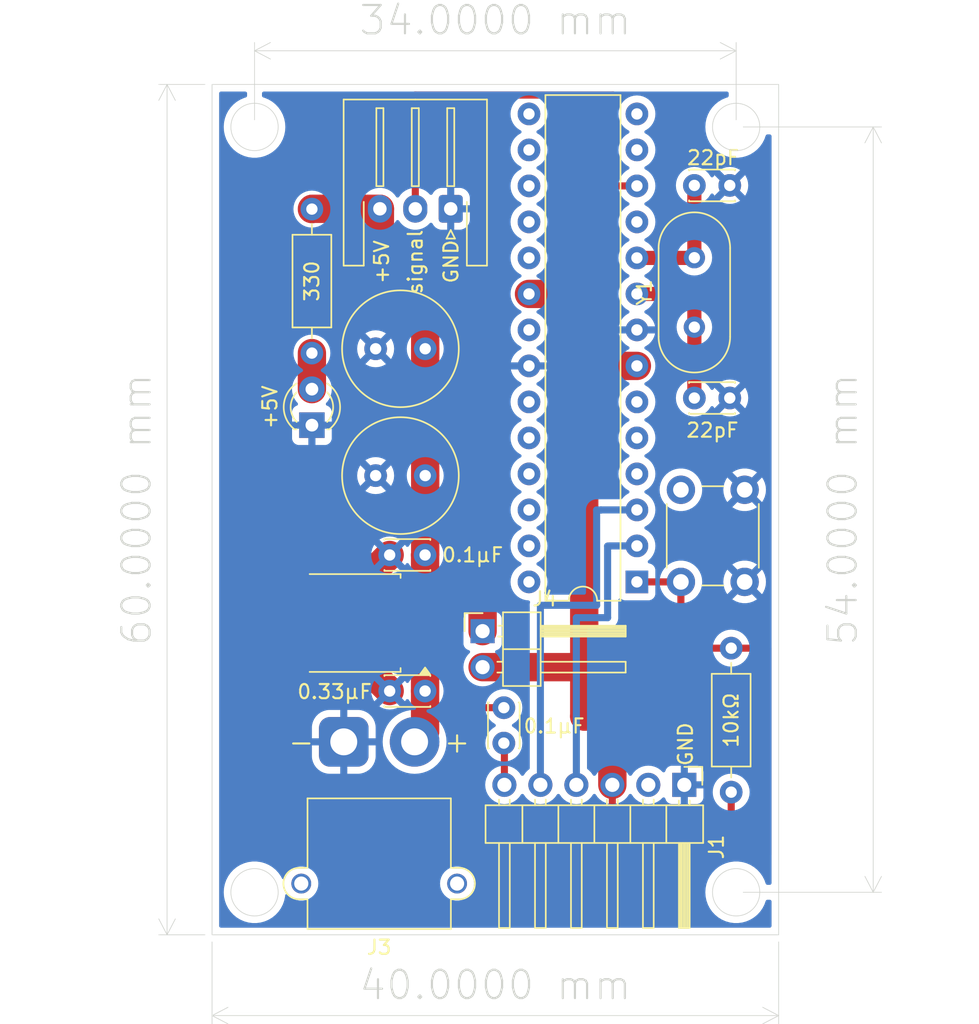
<source format=kicad_pcb>
(kicad_pcb (version 20240108) (generator "pcbnew") (generator_version "8.0")
  (layers (0 "F.Cu" signal) (31 "B.Cu" signal) (34 "B.Paste" user) (35 "F.Paste" user) (36 "B.SilkS" user "B.Silkscreen") (37 "F.SilkS" user "F.Silkscreen") (38 "B.Mask" user) (39 "F.Mask" user) (44 "Edge.Cuts" user))
  (net 0 "")
  (net 1 "Net-(U2-XTAL1{slash}PB6)")
  (net 2 "GND")
  (net 3 "Net-(U2-XTAL2{slash}PB7)")
  (net 4 "Net-(U2-~{RESET}{slash}PC6)")
  (net 5 "Net-(J1-Pin_6)")
  (net 6 "batt_in")
  (net 11 "VCC")
  (net 12 "Net-(J1-Pin_5)")
  (net 13 "Net-(J1-Pin_4)")
  (net 25 "signal")
  (net 28 "+5V")
  (net 31 "Net-(D1-A)")
  (footprint "Button_Switch_THT:SW_PUSH_6mm" (layer "F.Cu") (at 78.1 85.1 90)
    (property "Reference" "SW1" (hide yes))
    (property "Value" "SW_Push")
    (pad "1" thru_hole circle (at 0 0 180) (size 2 2) (drill 1.1) (layers "*.Cu" "*.Mask" "In1.Cu" "In2.Cu" "In3.Cu" "In4.Cu" "In5.Cu" "In6.Cu" "In7.Cu" "In8.Cu" "In9.Cu" "In10.Cu" "In11.Cu" "In12.Cu" "In13.Cu" "In14.Cu" "In15.Cu" "In16.Cu" "In17.Cu" "In18.Cu" "In19.Cu" "In20.Cu" "In21.Cu" "In22.Cu" "In23.Cu" "In24.Cu" "In25.Cu" "In26.Cu" "In27.Cu" "In28.Cu" "In29.Cu" "In30.Cu") (net 4 "Net-(U2-~{RESET}{slash}PC6)"))
    (pad "1" thru_hole circle (at 6.5 0 180) (size 2 2) (drill 1.1) (layers "*.Cu" "*.Mask" "In1.Cu" "In2.Cu" "In3.Cu" "In4.Cu" "In5.Cu" "In6.Cu" "In7.Cu" "In8.Cu" "In9.Cu" "In10.Cu" "In11.Cu" "In12.Cu" "In13.Cu" "In14.Cu" "In15.Cu" "In16.Cu" "In17.Cu" "In18.Cu" "In19.Cu" "In20.Cu" "In21.Cu" "In22.Cu" "In23.Cu" "In24.Cu" "In25.Cu" "In26.Cu" "In27.Cu" "In28.Cu" "In29.Cu" "In30.Cu") (net 4 "Net-(U2-~{RESET}{slash}PC6)"))
    (pad "2" thru_hole circle (at 0 4.5 180) (size 2 2) (drill 1.1) (layers "*.Cu" "*.Mask" "In1.Cu" "In2.Cu" "In3.Cu" "In4.Cu" "In5.Cu" "In6.Cu" "In7.Cu" "In8.Cu" "In9.Cu" "In10.Cu" "In11.Cu" "In12.Cu" "In13.Cu" "In14.Cu" "In15.Cu" "In16.Cu" "In17.Cu" "In18.Cu" "In19.Cu" "In20.Cu" "In21.Cu" "In22.Cu" "In23.Cu" "In24.Cu" "In25.Cu" "In26.Cu" "In27.Cu" "In28.Cu" "In29.Cu" "In30.Cu") (net 2 "GND"))
    (pad "2" thru_hole circle (at 6.5 4.5 180) (size 2 2) (drill 1.1) (layers "*.Cu" "*.Mask" "In1.Cu" "In2.Cu" "In3.Cu" "In4.Cu" "In5.Cu" "In6.Cu" "In7.Cu" "In8.Cu" "In9.Cu" "In10.Cu" "In11.Cu" "In12.Cu" "In13.Cu" "In14.Cu" "In15.Cu" "In16.Cu" "In17.Cu" "In18.Cu" "In19.Cu" "In20.Cu" "In21.Cu" "In22.Cu" "In23.Cu" "In24.Cu" "In25.Cu" "In26.Cu" "In27.Cu" "In28.Cu" "In29.Cu" "In30.Cu") (net 2 "GND"))
  )
  (footprint "Capacitor_THT:C_Disc_D3.0mm_W2.0mm_P2.50mm" (layer "F.Cu") (at 65.6 93.975 -90)
    (property "Reference" "0.1μF" (at 1.3 -3.55 0) (layer "F.SilkS"))
    (property "Value" "0.1μ")
    (pad "1" thru_hole circle (at 0 0 270) (size 1.6 1.6) (drill 0.8) (layers "*.Cu" "*.Mask" "In1.Cu" "In2.Cu" "In3.Cu" "In4.Cu" "In5.Cu" "In6.Cu" "In7.Cu" "In8.Cu" "In9.Cu" "In10.Cu" "In11.Cu" "In12.Cu" "In13.Cu" "In14.Cu" "In15.Cu" "In16.Cu" "In17.Cu" "In18.Cu" "In19.Cu" "In20.Cu" "In21.Cu" "In22.Cu" "In23.Cu" "In24.Cu" "In25.Cu" "In26.Cu" "In27.Cu" "In28.Cu" "In29.Cu" "In30.Cu") (net 4 "Net-(U2-~{RESET}{slash}PC6)"))
    (pad "2" thru_hole circle (at 2.5 0 270) (size 1.6 1.6) (drill 0.8) (layers "*.Cu" "*.Mask" "In1.Cu" "In2.Cu" "In3.Cu" "In4.Cu" "In5.Cu" "In6.Cu" "In7.Cu" "In8.Cu" "In9.Cu" "In10.Cu" "In11.Cu" "In12.Cu" "In13.Cu" "In14.Cu" "In15.Cu" "In16.Cu" "In17.Cu" "In18.Cu" "In19.Cu" "In20.Cu" "In21.Cu" "In22.Cu" "In23.Cu" "In24.Cu" "In25.Cu" "In26.Cu" "In27.Cu" "In28.Cu" "In29.Cu" "In30.Cu") (net 5 "Net-(J1-Pin_6)"))
  )
  (footprint "Package_TO_SOT_SMD:TO-252-2" (layer "F.Cu") (at 55 88 180)
    (property "Reference" "U1" (hide yes))
    (property "Value" "LM7805_TO220")
    (pad "1" smd roundrect (at -5.04 -2.28 180) (size 2.2 1.2) (layers "F.Cu" "F.Paste" "F.Mask") (roundrect_rratio 0.208333) (net 6 "batt_in"))
    (pad "2" smd roundrect (at -0.415 -1.525 180) (size 3.05 2.75) (layers "F.Cu" "F.Paste") (roundrect_rratio 0.090909) (net 2 "GND"))
    (pad "2" smd roundrect (at -0.415 1.525 180) (size 3.05 2.75) (layers "F.Cu" "F.Paste") (roundrect_rratio 0.090909) (net 2 "GND"))
    (pad "2" smd roundrect (at 1.26 0 180) (size 6.4 5.8) (layers "F.Cu" "F.Mask") (roundrect_rratio 0.043103) (net 2 "GND"))
    (pad "2" smd roundrect (at 2.935 -1.525 180) (size 3.05 2.75) (layers "F.Cu" "F.Paste") (roundrect_rratio 0.090909) (net 2 "GND"))
    (pad "2" smd roundrect (at 2.935 1.525 180) (size 3.05 2.75) (layers "F.Cu" "F.Paste") (roundrect_rratio 0.090909) (net 2 "GND"))
    (pad "3" smd roundrect (at -5.04 2.28 180) (size 2.2 1.2) (layers "F.Cu" "F.Paste" "F.Mask") (roundrect_rratio 0.208333) (net 28 "+5V"))
  )
  (footprint "Connector_JST:JST_XH_S3B-XH-A-1_1x03_P2.50mm_Horizontal" (layer "F.Cu") (at 61.85 58.775 180)
    (property "Reference" "GND" (at -0.025 -3.725 90) (layer "F.SilkS"))
    (property "Value" "led tape")
    (pad "1" thru_hole roundrect (at 0 0 180) (size 1.7 1.95) (drill 0.95) (layers "*.Cu" "*.Mask" "In1.Cu" "In2.Cu" "In3.Cu" "In4.Cu" "In5.Cu" "In6.Cu" "In7.Cu" "In8.Cu" "In9.Cu" "In10.Cu" "In11.Cu" "In12.Cu" "In13.Cu" "In14.Cu" "In15.Cu" "In16.Cu" "In17.Cu" "In18.Cu" "In19.Cu" "In20.Cu" "In21.Cu" "In22.Cu" "In23.Cu" "In24.Cu" "In25.Cu" "In26.Cu" "In27.Cu" "In28.Cu" "In29.Cu" "In30.Cu") (roundrect_rratio 0.147059) (net 2 "GND"))
    (pad "2" thru_hole oval (at 2.5 0 180) (size 1.7 1.95) (drill 0.95) (layers "*.Cu" "*.Mask" "In1.Cu" "In2.Cu" "In3.Cu" "In4.Cu" "In5.Cu" "In6.Cu" "In7.Cu" "In8.Cu" "In9.Cu" "In10.Cu" "In11.Cu" "In12.Cu" "In13.Cu" "In14.Cu" "In15.Cu" "In16.Cu" "In17.Cu" "In18.Cu" "In19.Cu" "In20.Cu" "In21.Cu" "In22.Cu" "In23.Cu" "In24.Cu" "In25.Cu" "In26.Cu" "In27.Cu" "In28.Cu" "In29.Cu" "In30.Cu") (net 25 "signal"))
    (pad "3" thru_hole oval (at 5 0 180) (size 1.7 1.95) (drill 0.95) (layers "*.Cu" "*.Mask" "In1.Cu" "In2.Cu" "In3.Cu" "In4.Cu" "In5.Cu" "In6.Cu" "In7.Cu" "In8.Cu" "In9.Cu" "In10.Cu" "In11.Cu" "In12.Cu" "In13.Cu" "In14.Cu" "In15.Cu" "In16.Cu" "In17.Cu" "In18.Cu" "In19.Cu" "In20.Cu" "In21.Cu" "In22.Cu" "In23.Cu" "In24.Cu" "In25.Cu" "In26.Cu" "In27.Cu" "In28.Cu" "In29.Cu" "In30.Cu") (net 28 "+5V"))
  )
  (footprint "Connector_AMASS:AMASS_XT30PW-M_1x02_P2.50mm_Horizontal" (layer "F.Cu") (at 54.3 96.385 180)
    (property "Reference" "J3" (at -2.5 -14.5 0) (layer "F.SilkS"))
    (property "Value" "Batt")
    (fp_text user "-" (at 3 0 0) (layer "F.SilkS") (effects (font (size 1.5 1.5))))
    (fp_text user "+" (at -8 0 0) (layer "F.SilkS") (effects (font (size 1.5 1.5))))
    (pad "" thru_hole circle (at -8 -10 180) (size 1.4 1.4) (drill 1) (layers "*.Cu" "*.Mask" "In1.Cu" "In2.Cu" "In3.Cu" "In4.Cu" "In5.Cu" "In6.Cu" "In7.Cu" "In8.Cu" "In9.Cu" "In10.Cu" "In11.Cu" "In12.Cu" "In13.Cu" "In14.Cu" "In15.Cu" "In16.Cu" "In17.Cu" "In18.Cu" "In19.Cu" "In20.Cu" "In21.Cu" "In22.Cu" "In23.Cu" "In24.Cu" "In25.Cu" "In26.Cu" "In27.Cu" "In28.Cu" "In29.Cu" "In30.Cu"))
    (pad "" thru_hole circle (at 3 -10 180) (size 1.4 1.4) (drill 1) (layers "*.Cu" "*.Mask" "In1.Cu" "In2.Cu" "In3.Cu" "In4.Cu" "In5.Cu" "In6.Cu" "In7.Cu" "In8.Cu" "In9.Cu" "In10.Cu" "In11.Cu" "In12.Cu" "In13.Cu" "In14.Cu" "In15.Cu" "In16.Cu" "In17.Cu" "In18.Cu" "In19.Cu" "In20.Cu" "In21.Cu" "In22.Cu" "In23.Cu" "In24.Cu" "In25.Cu" "In26.Cu" "In27.Cu" "In28.Cu" "In29.Cu" "In30.Cu"))
    (pad "1" thru_hole roundrect (at 0 0 180) (size 3.5 3.5) (drill 1.9) (layers "*.Cu" "*.Mask" "In1.Cu" "In2.Cu" "In3.Cu" "In4.Cu" "In5.Cu" "In6.Cu" "In7.Cu" "In8.Cu" "In9.Cu" "In10.Cu" "In11.Cu" "In12.Cu" "In13.Cu" "In14.Cu" "In15.Cu" "In16.Cu" "In17.Cu" "In18.Cu" "In19.Cu" "In20.Cu" "In21.Cu" "In22.Cu" "In23.Cu" "In24.Cu" "In25.Cu" "In26.Cu" "In27.Cu" "In28.Cu" "In29.Cu" "In30.Cu") (roundrect_rratio 0.22) (net 2 "GND"))
    (pad "2" thru_hole circle (at -5 0 180) (size 3.5 3.5) (drill 1.9) (layers "*.Cu" "*.Mask" "In1.Cu" "In2.Cu" "In3.Cu" "In4.Cu" "In5.Cu" "In6.Cu" "In7.Cu" "In8.Cu" "In9.Cu" "In10.Cu" "In11.Cu" "In12.Cu" "In13.Cu" "In14.Cu" "In15.Cu" "In16.Cu" "In17.Cu" "In18.Cu" "In19.Cu" "In20.Cu" "In21.Cu" "In22.Cu" "In23.Cu" "In24.Cu" "In25.Cu" "In26.Cu" "In27.Cu" "In28.Cu" "In29.Cu" "In30.Cu") (net 6 "batt_in"))
  )
  (footprint "Resistor_THT:R_Axial_DIN0207_L6.3mm_D2.5mm_P10.16mm_Horizontal" (layer "F.Cu") (at 52.05 58.795 -90)
    (property "Reference" "330" (at 5.08 0 90) (layer "F.SilkS"))
    (property "Value" "330")
    (pad "1" thru_hole circle (at 0 0 270) (size 1.6 1.6) (drill 0.8) (layers "*.Cu" "*.Mask" "In1.Cu" "In2.Cu" "In3.Cu" "In4.Cu" "In5.Cu" "In6.Cu" "In7.Cu" "In8.Cu" "In9.Cu" "In10.Cu" "In11.Cu" "In12.Cu" "In13.Cu" "In14.Cu" "In15.Cu" "In16.Cu" "In17.Cu" "In18.Cu" "In19.Cu" "In20.Cu" "In21.Cu" "In22.Cu" "In23.Cu" "In24.Cu" "In25.Cu" "In26.Cu" "In27.Cu" "In28.Cu" "In29.Cu" "In30.Cu") (net 28 "+5V"))
    (pad "2" thru_hole oval (at 10.16 0 270) (size 1.6 1.6) (drill 0.8) (layers "*.Cu" "*.Mask" "In1.Cu" "In2.Cu" "In3.Cu" "In4.Cu" "In5.Cu" "In6.Cu" "In7.Cu" "In8.Cu" "In9.Cu" "In10.Cu" "In11.Cu" "In12.Cu" "In13.Cu" "In14.Cu" "In15.Cu" "In16.Cu" "In17.Cu" "In18.Cu" "In19.Cu" "In20.Cu" "In21.Cu" "In22.Cu" "In23.Cu" "In24.Cu" "In25.Cu" "In26.Cu" "In27.Cu" "In28.Cu" "In29.Cu" "In30.Cu") (net 31 "Net-(D1-A)"))
  )
  (footprint "Capacitor_THT:C_Radial_D8.0mm_H11.5mm_P3.50mm" (layer "F.Cu") (at 60.05 68.65 180)
    (property "Reference" "C5" (hide yes))
    (property "Value" "C_Polarized")
    (pad "1" thru_hole circle (at 0 0 180) (size 1.6 1.6) (drill 0.8) (layers "*.Cu" "*.Mask" "In1.Cu" "In2.Cu" "In3.Cu" "In4.Cu" "In5.Cu" "In6.Cu" "In7.Cu" "In8.Cu" "In9.Cu" "In10.Cu" "In11.Cu" "In12.Cu" "In13.Cu" "In14.Cu" "In15.Cu" "In16.Cu" "In17.Cu" "In18.Cu" "In19.Cu" "In20.Cu" "In21.Cu" "In22.Cu" "In23.Cu" "In24.Cu" "In25.Cu" "In26.Cu" "In27.Cu" "In28.Cu" "In29.Cu" "In30.Cu") (net 28 "+5V"))
    (pad "2" thru_hole circle (at 3.5 0 180) (size 1.6 1.6) (drill 0.8) (layers "*.Cu" "*.Mask" "In1.Cu" "In2.Cu" "In3.Cu" "In4.Cu" "In5.Cu" "In6.Cu" "In7.Cu" "In8.Cu" "In9.Cu" "In10.Cu" "In11.Cu" "In12.Cu" "In13.Cu" "In14.Cu" "In15.Cu" "In16.Cu" "In17.Cu" "In18.Cu" "In19.Cu" "In20.Cu" "In21.Cu" "In22.Cu" "In23.Cu" "In24.Cu" "In25.Cu" "In26.Cu" "In27.Cu" "In28.Cu" "In29.Cu" "In30.Cu") (net 2 "GND"))
  )
  (footprint "Capacitor_THT:C_Disc_D3.0mm_W2.0mm_P2.50mm" (layer "F.Cu") (at 79.05 57.125)
    (property "Reference" "22pF" (at 1.325 -1.95 0) (layer "F.SilkS"))
    (property "Value" "22p")
    (pad "1" thru_hole circle (at 0 0) (size 1.6 1.6) (drill 0.8) (layers "*.Cu" "*.Mask" "In1.Cu" "In2.Cu" "In3.Cu" "In4.Cu" "In5.Cu" "In6.Cu" "In7.Cu" "In8.Cu" "In9.Cu" "In10.Cu" "In11.Cu" "In12.Cu" "In13.Cu" "In14.Cu" "In15.Cu" "In16.Cu" "In17.Cu" "In18.Cu" "In19.Cu" "In20.Cu" "In21.Cu" "In22.Cu" "In23.Cu" "In24.Cu" "In25.Cu" "In26.Cu" "In27.Cu" "In28.Cu" "In29.Cu" "In30.Cu") (net 3 "Net-(U2-XTAL2{slash}PB7)"))
    (pad "2" thru_hole circle (at 2.5 0) (size 1.6 1.6) (drill 0.8) (layers "*.Cu" "*.Mask" "In1.Cu" "In2.Cu" "In3.Cu" "In4.Cu" "In5.Cu" "In6.Cu" "In7.Cu" "In8.Cu" "In9.Cu" "In10.Cu" "In11.Cu" "In12.Cu" "In13.Cu" "In14.Cu" "In15.Cu" "In16.Cu" "In17.Cu" "In18.Cu" "In19.Cu" "In20.Cu" "In21.Cu" "In22.Cu" "In23.Cu" "In24.Cu" "In25.Cu" "In26.Cu" "In27.Cu" "In28.Cu" "In29.Cu" "In30.Cu") (net 2 "GND"))
  )
  (footprint "Capacitor_THT:C_Radial_D8.0mm_H11.5mm_P3.50mm" (layer "F.Cu") (at 60.05 77.6 180)
    (property "Reference" "C7" (hide yes))
    (property "Value" "C_Polarized")
    (pad "1" thru_hole circle (at 0 0 180) (size 1.6 1.6) (drill 0.8) (layers "*.Cu" "*.Mask" "In1.Cu" "In2.Cu" "In3.Cu" "In4.Cu" "In5.Cu" "In6.Cu" "In7.Cu" "In8.Cu" "In9.Cu" "In10.Cu" "In11.Cu" "In12.Cu" "In13.Cu" "In14.Cu" "In15.Cu" "In16.Cu" "In17.Cu" "In18.Cu" "In19.Cu" "In20.Cu" "In21.Cu" "In22.Cu" "In23.Cu" "In24.Cu" "In25.Cu" "In26.Cu" "In27.Cu" "In28.Cu" "In29.Cu" "In30.Cu") (net 28 "+5V"))
    (pad "2" thru_hole circle (at 3.5 0 180) (size 1.6 1.6) (drill 0.8) (layers "*.Cu" "*.Mask" "In1.Cu" "In2.Cu" "In3.Cu" "In4.Cu" "In5.Cu" "In6.Cu" "In7.Cu" "In8.Cu" "In9.Cu" "In10.Cu" "In11.Cu" "In12.Cu" "In13.Cu" "In14.Cu" "In15.Cu" "In16.Cu" "In17.Cu" "In18.Cu" "In19.Cu" "In20.Cu" "In21.Cu" "In22.Cu" "In23.Cu" "In24.Cu" "In25.Cu" "In26.Cu" "In27.Cu" "In28.Cu" "In29.Cu" "In30.Cu") (net 2 "GND"))
  )
  (footprint "Capacitor_THT:C_Disc_D3.0mm_W2.0mm_P2.50mm" (layer "F.Cu") (at 60.04 92.8 180)
    (property "Reference" "0.33μF" (at 6.39 -0.05 0) (layer "F.SilkS"))
    (property "Value" "0.33μF")
    (pad "1" thru_hole circle (at 0 0 180) (size 1.6 1.6) (drill 0.8) (layers "*.Cu" "*.Mask" "In1.Cu" "In2.Cu" "In3.Cu" "In4.Cu" "In5.Cu" "In6.Cu" "In7.Cu" "In8.Cu" "In9.Cu" "In10.Cu" "In11.Cu" "In12.Cu" "In13.Cu" "In14.Cu" "In15.Cu" "In16.Cu" "In17.Cu" "In18.Cu" "In19.Cu" "In20.Cu" "In21.Cu" "In22.Cu" "In23.Cu" "In24.Cu" "In25.Cu" "In26.Cu" "In27.Cu" "In28.Cu" "In29.Cu" "In30.Cu") (net 6 "batt_in"))
    (pad "2" thru_hole circle (at 2.5 0 180) (size 1.6 1.6) (drill 0.8) (layers "*.Cu" "*.Mask" "In1.Cu" "In2.Cu" "In3.Cu" "In4.Cu" "In5.Cu" "In6.Cu" "In7.Cu" "In8.Cu" "In9.Cu" "In10.Cu" "In11.Cu" "In12.Cu" "In13.Cu" "In14.Cu" "In15.Cu" "In16.Cu" "In17.Cu" "In18.Cu" "In19.Cu" "In20.Cu" "In21.Cu" "In22.Cu" "In23.Cu" "In24.Cu" "In25.Cu" "In26.Cu" "In27.Cu" "In28.Cu" "In29.Cu" "In30.Cu") (net 2 "GND"))
  )
  (footprint "Connector_PinHeader_2.54mm:PinHeader_1x06_P2.54mm_Horizontal" (layer "F.Cu") (at 78.34 99.42 -90)
    (property "Reference" "J1" (at 4.385 -2.27 90) (layer "F.SilkS"))
    (property "Value" "CH340E_MODULE")
    (pad "1" thru_hole rect (at 0 0 270) (size 1.7 1.7) (drill 1) (layers "*.Cu" "*.Mask" "In1.Cu" "In2.Cu" "In3.Cu" "In4.Cu" "In5.Cu" "In6.Cu" "In7.Cu" "In8.Cu" "In9.Cu" "In10.Cu" "In11.Cu" "In12.Cu" "In13.Cu" "In14.Cu" "In15.Cu" "In16.Cu" "In17.Cu" "In18.Cu" "In19.Cu" "In20.Cu" "In21.Cu" "In22.Cu" "In23.Cu" "In24.Cu" "In25.Cu" "In26.Cu" "In27.Cu" "In28.Cu" "In29.Cu" "In30.Cu") (net 2 "GND"))
    (pad "2" thru_hole oval (at 0 2.54 270) (size 1.7 1.7) (drill 1) (layers "*.Cu" "*.Mask" "In1.Cu" "In2.Cu" "In3.Cu" "In4.Cu" "In5.Cu" "In6.Cu" "In7.Cu" "In8.Cu" "In9.Cu" "In10.Cu" "In11.Cu" "In12.Cu" "In13.Cu" "In14.Cu" "In15.Cu" "In16.Cu" "In17.Cu" "In18.Cu" "In19.Cu" "In20.Cu" "In21.Cu" "In22.Cu" "In23.Cu" "In24.Cu" "In25.Cu" "In26.Cu" "In27.Cu" "In28.Cu" "In29.Cu" "In30.Cu"))
    (pad "3" thru_hole oval (at 0 5.08 270) (size 1.7 1.7) (drill 1) (layers "*.Cu" "*.Mask" "In1.Cu" "In2.Cu" "In3.Cu" "In4.Cu" "In5.Cu" "In6.Cu" "In7.Cu" "In8.Cu" "In9.Cu" "In10.Cu" "In11.Cu" "In12.Cu" "In13.Cu" "In14.Cu" "In15.Cu" "In16.Cu" "In17.Cu" "In18.Cu" "In19.Cu" "In20.Cu" "In21.Cu" "In22.Cu" "In23.Cu" "In24.Cu" "In25.Cu" "In26.Cu" "In27.Cu" "In28.Cu" "In29.Cu" "In30.Cu") (net 11 "VCC"))
    (pad "4" thru_hole oval (at 0 7.62 270) (size 1.7 1.7) (drill 1) (layers "*.Cu" "*.Mask" "In1.Cu" "In2.Cu" "In3.Cu" "In4.Cu" "In5.Cu" "In6.Cu" "In7.Cu" "In8.Cu" "In9.Cu" "In10.Cu" "In11.Cu" "In12.Cu" "In13.Cu" "In14.Cu" "In15.Cu" "In16.Cu" "In17.Cu" "In18.Cu" "In19.Cu" "In20.Cu" "In21.Cu" "In22.Cu" "In23.Cu" "In24.Cu" "In25.Cu" "In26.Cu" "In27.Cu" "In28.Cu" "In29.Cu" "In30.Cu") (net 13 "Net-(J1-Pin_4)"))
    (pad "5" thru_hole oval (at 0 10.16 270) (size 1.7 1.7) (drill 1) (layers "*.Cu" "*.Mask" "In1.Cu" "In2.Cu" "In3.Cu" "In4.Cu" "In5.Cu" "In6.Cu" "In7.Cu" "In8.Cu" "In9.Cu" "In10.Cu" "In11.Cu" "In12.Cu" "In13.Cu" "In14.Cu" "In15.Cu" "In16.Cu" "In17.Cu" "In18.Cu" "In19.Cu" "In20.Cu" "In21.Cu" "In22.Cu" "In23.Cu" "In24.Cu" "In25.Cu" "In26.Cu" "In27.Cu" "In28.Cu" "In29.Cu" "In30.Cu") (net 12 "Net-(J1-Pin_5)"))
    (pad "6" thru_hole oval (at 0 12.7 270) (size 1.7 1.7) (drill 1) (layers "*.Cu" "*.Mask" "In1.Cu" "In2.Cu" "In3.Cu" "In4.Cu" "In5.Cu" "In6.Cu" "In7.Cu" "In8.Cu" "In9.Cu" "In10.Cu" "In11.Cu" "In12.Cu" "In13.Cu" "In14.Cu" "In15.Cu" "In16.Cu" "In17.Cu" "In18.Cu" "In19.Cu" "In20.Cu" "In21.Cu" "In22.Cu" "In23.Cu" "In24.Cu" "In25.Cu" "In26.Cu" "In27.Cu" "In28.Cu" "In29.Cu" "In30.Cu") (net 5 "Net-(J1-Pin_6)"))
  )
  (footprint "Crystal:Crystal_HC18-U_Vertical" (layer "F.Cu") (at 79.05 67.125 90)
    (property "Reference" "Y1" (at 2.45 -3.525 90) (layer "F.SilkS"))
    (property "Value" "16MHz")
    (pad "1" thru_hole circle (at 0 0 90) (size 1.5 1.5) (drill 0.8) (layers "*.Cu" "*.Mask" "In1.Cu" "In2.Cu" "In3.Cu" "In4.Cu" "In5.Cu" "In6.Cu" "In7.Cu" "In8.Cu" "In9.Cu" "In10.Cu" "In11.Cu" "In12.Cu" "In13.Cu" "In14.Cu" "In15.Cu" "In16.Cu" "In17.Cu" "In18.Cu" "In19.Cu" "In20.Cu" "In21.Cu" "In22.Cu" "In23.Cu" "In24.Cu" "In25.Cu" "In26.Cu" "In27.Cu" "In28.Cu" "In29.Cu" "In30.Cu") (net 1 "Net-(U2-XTAL1{slash}PB6)"))
    (pad "2" thru_hole circle (at 4.9 0 90) (size 1.5 1.5) (drill 0.8) (layers "*.Cu" "*.Mask" "In1.Cu" "In2.Cu" "In3.Cu" "In4.Cu" "In5.Cu" "In6.Cu" "In7.Cu" "In8.Cu" "In9.Cu" "In10.Cu" "In11.Cu" "In12.Cu" "In13.Cu" "In14.Cu" "In15.Cu" "In16.Cu" "In17.Cu" "In18.Cu" "In19.Cu" "In20.Cu" "In21.Cu" "In22.Cu" "In23.Cu" "In24.Cu" "In25.Cu" "In26.Cu" "In27.Cu" "In28.Cu" "In29.Cu" "In30.Cu") (net 3 "Net-(U2-XTAL2{slash}PB7)"))
  )
  (footprint "Capacitor_THT:C_Disc_D3.0mm_W2.0mm_P2.50mm" (layer "F.Cu") (at 79.05 72.125)
    (property "Reference" "22pF" (at 1.275 2.275 0) (layer "F.SilkS"))
    (property "Value" "22p")
    (pad "1" thru_hole circle (at 0 0) (size 1.6 1.6) (drill 0.8) (layers "*.Cu" "*.Mask" "In1.Cu" "In2.Cu" "In3.Cu" "In4.Cu" "In5.Cu" "In6.Cu" "In7.Cu" "In8.Cu" "In9.Cu" "In10.Cu" "In11.Cu" "In12.Cu" "In13.Cu" "In14.Cu" "In15.Cu" "In16.Cu" "In17.Cu" "In18.Cu" "In19.Cu" "In20.Cu" "In21.Cu" "In22.Cu" "In23.Cu" "In24.Cu" "In25.Cu" "In26.Cu" "In27.Cu" "In28.Cu" "In29.Cu" "In30.Cu") (net 1 "Net-(U2-XTAL1{slash}PB6)"))
    (pad "2" thru_hole circle (at 2.5 0) (size 1.6 1.6) (drill 0.8) (layers "*.Cu" "*.Mask" "In1.Cu" "In2.Cu" "In3.Cu" "In4.Cu" "In5.Cu" "In6.Cu" "In7.Cu" "In8.Cu" "In9.Cu" "In10.Cu" "In11.Cu" "In12.Cu" "In13.Cu" "In14.Cu" "In15.Cu" "In16.Cu" "In17.Cu" "In18.Cu" "In19.Cu" "In20.Cu" "In21.Cu" "In22.Cu" "In23.Cu" "In24.Cu" "In25.Cu" "In26.Cu" "In27.Cu" "In28.Cu" "In29.Cu" "In30.Cu") (net 2 "GND"))
  )
  (footprint "Package_DIP:DIP-28_W7.62mm" (layer "F.Cu") (at 74.995 85.1 180)
    (property "Reference" "U2" (hide yes))
    (property "Value" "ATmega328-P")
    (pad "1" thru_hole rect (at 0 0 180) (size 1.6 1.6) (drill 0.8) (layers "*.Cu" "*.Mask" "In1.Cu" "In2.Cu" "In3.Cu" "In4.Cu" "In5.Cu" "In6.Cu" "In7.Cu" "In8.Cu" "In9.Cu" "In10.Cu" "In11.Cu" "In12.Cu" "In13.Cu" "In14.Cu" "In15.Cu" "In16.Cu" "In17.Cu" "In18.Cu" "In19.Cu" "In20.Cu" "In21.Cu" "In22.Cu" "In23.Cu" "In24.Cu" "In25.Cu" "In26.Cu" "In27.Cu" "In28.Cu" "In29.Cu" "In30.Cu") (net 4 "Net-(U2-~{RESET}{slash}PC6)"))
    (pad "2" thru_hole oval (at 0 2.54 180) (size 1.6 1.6) (drill 0.8) (layers "*.Cu" "*.Mask" "In1.Cu" "In2.Cu" "In3.Cu" "In4.Cu" "In5.Cu" "In6.Cu" "In7.Cu" "In8.Cu" "In9.Cu" "In10.Cu" "In11.Cu" "In12.Cu" "In13.Cu" "In14.Cu" "In15.Cu" "In16.Cu" "In17.Cu" "In18.Cu" "In19.Cu" "In20.Cu" "In21.Cu" "In22.Cu" "In23.Cu" "In24.Cu" "In25.Cu" "In26.Cu" "In27.Cu" "In28.Cu" "In29.Cu" "In30.Cu") (net 13 "Net-(J1-Pin_4)"))
    (pad "3" thru_hole oval (at 0 5.08 180) (size 1.6 1.6) (drill 0.8) (layers "*.Cu" "*.Mask" "In1.Cu" "In2.Cu" "In3.Cu" "In4.Cu" "In5.Cu" "In6.Cu" "In7.Cu" "In8.Cu" "In9.Cu" "In10.Cu" "In11.Cu" "In12.Cu" "In13.Cu" "In14.Cu" "In15.Cu" "In16.Cu" "In17.Cu" "In18.Cu" "In19.Cu" "In20.Cu" "In21.Cu" "In22.Cu" "In23.Cu" "In24.Cu" "In25.Cu" "In26.Cu" "In27.Cu" "In28.Cu" "In29.Cu" "In30.Cu") (net 12 "Net-(J1-Pin_5)"))
    (pad "4" thru_hole oval (at 0 7.62 180) (size 1.6 1.6) (drill 0.8) (layers "*.Cu" "*.Mask" "In1.Cu" "In2.Cu" "In3.Cu" "In4.Cu" "In5.Cu" "In6.Cu" "In7.Cu" "In8.Cu" "In9.Cu" "In10.Cu" "In11.Cu" "In12.Cu" "In13.Cu" "In14.Cu" "In15.Cu" "In16.Cu" "In17.Cu" "In18.Cu" "In19.Cu" "In20.Cu" "In21.Cu" "In22.Cu" "In23.Cu" "In24.Cu" "In25.Cu" "In26.Cu" "In27.Cu" "In28.Cu" "In29.Cu" "In30.Cu"))
    (pad "5" thru_hole oval (at 0 10.16 180) (size 1.6 1.6) (drill 0.8) (layers "*.Cu" "*.Mask" "In1.Cu" "In2.Cu" "In3.Cu" "In4.Cu" "In5.Cu" "In6.Cu" "In7.Cu" "In8.Cu" "In9.Cu" "In10.Cu" "In11.Cu" "In12.Cu" "In13.Cu" "In14.Cu" "In15.Cu" "In16.Cu" "In17.Cu" "In18.Cu" "In19.Cu" "In20.Cu" "In21.Cu" "In22.Cu" "In23.Cu" "In24.Cu" "In25.Cu" "In26.Cu" "In27.Cu" "In28.Cu" "In29.Cu" "In30.Cu"))
    (pad "6" thru_hole oval (at 0 12.7 180) (size 1.6 1.6) (drill 0.8) (layers "*.Cu" "*.Mask" "In1.Cu" "In2.Cu" "In3.Cu" "In4.Cu" "In5.Cu" "In6.Cu" "In7.Cu" "In8.Cu" "In9.Cu" "In10.Cu" "In11.Cu" "In12.Cu" "In13.Cu" "In14.Cu" "In15.Cu" "In16.Cu" "In17.Cu" "In18.Cu" "In19.Cu" "In20.Cu" "In21.Cu" "In22.Cu" "In23.Cu" "In24.Cu" "In25.Cu" "In26.Cu" "In27.Cu" "In28.Cu" "In29.Cu" "In30.Cu"))
    (pad "7" thru_hole oval (at 0 15.24 180) (size 1.6 1.6) (drill 0.8) (layers "*.Cu" "*.Mask" "In1.Cu" "In2.Cu" "In3.Cu" "In4.Cu" "In5.Cu" "In6.Cu" "In7.Cu" "In8.Cu" "In9.Cu" "In10.Cu" "In11.Cu" "In12.Cu" "In13.Cu" "In14.Cu" "In15.Cu" "In16.Cu" "In17.Cu" "In18.Cu" "In19.Cu" "In20.Cu" "In21.Cu" "In22.Cu" "In23.Cu" "In24.Cu" "In25.Cu" "In26.Cu" "In27.Cu" "In28.Cu" "In29.Cu" "In30.Cu") (net 11 "VCC"))
    (pad "8" thru_hole oval (at 0 17.78 180) (size 1.6 1.6) (drill 0.8) (layers "*.Cu" "*.Mask" "In1.Cu" "In2.Cu" "In3.Cu" "In4.Cu" "In5.Cu" "In6.Cu" "In7.Cu" "In8.Cu" "In9.Cu" "In10.Cu" "In11.Cu" "In12.Cu" "In13.Cu" "In14.Cu" "In15.Cu" "In16.Cu" "In17.Cu" "In18.Cu" "In19.Cu" "In20.Cu" "In21.Cu" "In22.Cu" "In23.Cu" "In24.Cu" "In25.Cu" "In26.Cu" "In27.Cu" "In28.Cu" "In29.Cu" "In30.Cu") (net 2 "GND"))
    (pad "9" thru_hole oval (at 0 20.32 180) (size 1.6 1.6) (drill 0.8) (layers "*.Cu" "*.Mask" "In1.Cu" "In2.Cu" "In3.Cu" "In4.Cu" "In5.Cu" "In6.Cu" "In7.Cu" "In8.Cu" "In9.Cu" "In10.Cu" "In11.Cu" "In12.Cu" "In13.Cu" "In14.Cu" "In15.Cu" "In16.Cu" "In17.Cu" "In18.Cu" "In19.Cu" "In20.Cu" "In21.Cu" "In22.Cu" "In23.Cu" "In24.Cu" "In25.Cu" "In26.Cu" "In27.Cu" "In28.Cu" "In29.Cu" "In30.Cu") (net 1 "Net-(U2-XTAL1{slash}PB6)"))
    (pad "10" thru_hole oval (at 0 22.86 180) (size 1.6 1.6) (drill 0.8) (layers "*.Cu" "*.Mask" "In1.Cu" "In2.Cu" "In3.Cu" "In4.Cu" "In5.Cu" "In6.Cu" "In7.Cu" "In8.Cu" "In9.Cu" "In10.Cu" "In11.Cu" "In12.Cu" "In13.Cu" "In14.Cu" "In15.Cu" "In16.Cu" "In17.Cu" "In18.Cu" "In19.Cu" "In20.Cu" "In21.Cu" "In22.Cu" "In23.Cu" "In24.Cu" "In25.Cu" "In26.Cu" "In27.Cu" "In28.Cu" "In29.Cu" "In30.Cu") (net 3 "Net-(U2-XTAL2{slash}PB7)"))
    (pad "11" thru_hole oval (at 0 25.4 180) (size 1.6 1.6) (drill 0.8) (layers "*.Cu" "*.Mask" "In1.Cu" "In2.Cu" "In3.Cu" "In4.Cu" "In5.Cu" "In6.Cu" "In7.Cu" "In8.Cu" "In9.Cu" "In10.Cu" "In11.Cu" "In12.Cu" "In13.Cu" "In14.Cu" "In15.Cu" "In16.Cu" "In17.Cu" "In18.Cu" "In19.Cu" "In20.Cu" "In21.Cu" "In22.Cu" "In23.Cu" "In24.Cu" "In25.Cu" "In26.Cu" "In27.Cu" "In28.Cu" "In29.Cu" "In30.Cu"))
    (pad "12" thru_hole oval (at 0 27.94 180) (size 1.6 1.6) (drill 0.8) (layers "*.Cu" "*.Mask" "In1.Cu" "In2.Cu" "In3.Cu" "In4.Cu" "In5.Cu" "In6.Cu" "In7.Cu" "In8.Cu" "In9.Cu" "In10.Cu" "In11.Cu" "In12.Cu" "In13.Cu" "In14.Cu" "In15.Cu" "In16.Cu" "In17.Cu" "In18.Cu" "In19.Cu" "In20.Cu" "In21.Cu" "In22.Cu" "In23.Cu" "In24.Cu" "In25.Cu" "In26.Cu" "In27.Cu" "In28.Cu" "In29.Cu" "In30.Cu") (net 25 "signal"))
    (pad "13" thru_hole oval (at 0 30.48 180) (size 1.6 1.6) (drill 0.8) (layers "*.Cu" "*.Mask" "In1.Cu" "In2.Cu" "In3.Cu" "In4.Cu" "In5.Cu" "In6.Cu" "In7.Cu" "In8.Cu" "In9.Cu" "In10.Cu" "In11.Cu" "In12.Cu" "In13.Cu" "In14.Cu" "In15.Cu" "In16.Cu" "In17.Cu" "In18.Cu" "In19.Cu" "In20.Cu" "In21.Cu" "In22.Cu" "In23.Cu" "In24.Cu" "In25.Cu" "In26.Cu" "In27.Cu" "In28.Cu" "In29.Cu" "In30.Cu"))
    (pad "14" thru_hole oval (at 0 33.02 180) (size 1.6 1.6) (drill 0.8) (layers "*.Cu" "*.Mask" "In1.Cu" "In2.Cu" "In3.Cu" "In4.Cu" "In5.Cu" "In6.Cu" "In7.Cu" "In8.Cu" "In9.Cu" "In10.Cu" "In11.Cu" "In12.Cu" "In13.Cu" "In14.Cu" "In15.Cu" "In16.Cu" "In17.Cu" "In18.Cu" "In19.Cu" "In20.Cu" "In21.Cu" "In22.Cu" "In23.Cu" "In24.Cu" "In25.Cu" "In26.Cu" "In27.Cu" "In28.Cu" "In29.Cu" "In30.Cu"))
    (pad "15" thru_hole oval (at 7.62 33.02 180) (size 1.6 1.6) (drill 0.8) (layers "*.Cu" "*.Mask" "In1.Cu" "In2.Cu" "In3.Cu" "In4.Cu" "In5.Cu" "In6.Cu" "In7.Cu" "In8.Cu" "In9.Cu" "In10.Cu" "In11.Cu" "In12.Cu" "In13.Cu" "In14.Cu" "In15.Cu" "In16.Cu" "In17.Cu" "In18.Cu" "In19.Cu" "In20.Cu" "In21.Cu" "In22.Cu" "In23.Cu" "In24.Cu" "In25.Cu" "In26.Cu" "In27.Cu" "In28.Cu" "In29.Cu" "In30.Cu"))
    (pad "16" thru_hole oval (at 7.62 30.48 180) (size 1.6 1.6) (drill 0.8) (layers "*.Cu" "*.Mask" "In1.Cu" "In2.Cu" "In3.Cu" "In4.Cu" "In5.Cu" "In6.Cu" "In7.Cu" "In8.Cu" "In9.Cu" "In10.Cu" "In11.Cu" "In12.Cu" "In13.Cu" "In14.Cu" "In15.Cu" "In16.Cu" "In17.Cu" "In18.Cu" "In19.Cu" "In20.Cu" "In21.Cu" "In22.Cu" "In23.Cu" "In24.Cu" "In25.Cu" "In26.Cu" "In27.Cu" "In28.Cu" "In29.Cu" "In30.Cu"))
    (pad "17" thru_hole oval (at 7.62 27.94 180) (size 1.6 1.6) (drill 0.8) (layers "*.Cu" "*.Mask" "In1.Cu" "In2.Cu" "In3.Cu" "In4.Cu" "In5.Cu" "In6.Cu" "In7.Cu" "In8.Cu" "In9.Cu" "In10.Cu" "In11.Cu" "In12.Cu" "In13.Cu" "In14.Cu" "In15.Cu" "In16.Cu" "In17.Cu" "In18.Cu" "In19.Cu" "In20.Cu" "In21.Cu" "In22.Cu" "In23.Cu" "In24.Cu" "In25.Cu" "In26.Cu" "In27.Cu" "In28.Cu" "In29.Cu" "In30.Cu"))
    (pad "18" thru_hole oval (at 7.62 25.4 180) (size 1.6 1.6) (drill 0.8) (layers "*.Cu" "*.Mask" "In1.Cu" "In2.Cu" "In3.Cu" "In4.Cu" "In5.Cu" "In6.Cu" "In7.Cu" "In8.Cu" "In9.Cu" "In10.Cu" "In11.Cu" "In12.Cu" "In13.Cu" "In14.Cu" "In15.Cu" "In16.Cu" "In17.Cu" "In18.Cu" "In19.Cu" "In20.Cu" "In21.Cu" "In22.Cu" "In23.Cu" "In24.Cu" "In25.Cu" "In26.Cu" "In27.Cu" "In28.Cu" "In29.Cu" "In30.Cu"))
    (pad "19" thru_hole oval (at 7.62 22.86 180) (size 1.6 1.6) (drill 0.8) (layers "*.Cu" "*.Mask" "In1.Cu" "In2.Cu" "In3.Cu" "In4.Cu" "In5.Cu" "In6.Cu" "In7.Cu" "In8.Cu" "In9.Cu" "In10.Cu" "In11.Cu" "In12.Cu" "In13.Cu" "In14.Cu" "In15.Cu" "In16.Cu" "In17.Cu" "In18.Cu" "In19.Cu" "In20.Cu" "In21.Cu" "In22.Cu" "In23.Cu" "In24.Cu" "In25.Cu" "In26.Cu" "In27.Cu" "In28.Cu" "In29.Cu" "In30.Cu"))
    (pad "20" thru_hole oval (at 7.62 20.32 180) (size 1.6 1.6) (drill 0.8) (layers "*.Cu" "*.Mask" "In1.Cu" "In2.Cu" "In3.Cu" "In4.Cu" "In5.Cu" "In6.Cu" "In7.Cu" "In8.Cu" "In9.Cu" "In10.Cu" "In11.Cu" "In12.Cu" "In13.Cu" "In14.Cu" "In15.Cu" "In16.Cu" "In17.Cu" "In18.Cu" "In19.Cu" "In20.Cu" "In21.Cu" "In22.Cu" "In23.Cu" "In24.Cu" "In25.Cu" "In26.Cu" "In27.Cu" "In28.Cu" "In29.Cu" "In30.Cu") (net 11 "VCC"))
    (pad "21" thru_hole oval (at 7.62 17.78 180) (size 1.6 1.6) (drill 0.8) (layers "*.Cu" "*.Mask" "In1.Cu" "In2.Cu" "In3.Cu" "In4.Cu" "In5.Cu" "In6.Cu" "In7.Cu" "In8.Cu" "In9.Cu" "In10.Cu" "In11.Cu" "In12.Cu" "In13.Cu" "In14.Cu" "In15.Cu" "In16.Cu" "In17.Cu" "In18.Cu" "In19.Cu" "In20.Cu" "In21.Cu" "In22.Cu" "In23.Cu" "In24.Cu" "In25.Cu" "In26.Cu" "In27.Cu" "In28.Cu" "In29.Cu" "In30.Cu"))
    (pad "22" thru_hole oval (at 7.62 15.24 180) (size 1.6 1.6) (drill 0.8) (layers "*.Cu" "*.Mask" "In1.Cu" "In2.Cu" "In3.Cu" "In4.Cu" "In5.Cu" "In6.Cu" "In7.Cu" "In8.Cu" "In9.Cu" "In10.Cu" "In11.Cu" "In12.Cu" "In13.Cu" "In14.Cu" "In15.Cu" "In16.Cu" "In17.Cu" "In18.Cu" "In19.Cu" "In20.Cu" "In21.Cu" "In22.Cu" "In23.Cu" "In24.Cu" "In25.Cu" "In26.Cu" "In27.Cu" "In28.Cu" "In29.Cu" "In30.Cu") (net 2 "GND"))
    (pad "23" thru_hole oval (at 7.62 12.7 180) (size 1.6 1.6) (drill 0.8) (layers "*.Cu" "*.Mask" "In1.Cu" "In2.Cu" "In3.Cu" "In4.Cu" "In5.Cu" "In6.Cu" "In7.Cu" "In8.Cu" "In9.Cu" "In10.Cu" "In11.Cu" "In12.Cu" "In13.Cu" "In14.Cu" "In15.Cu" "In16.Cu" "In17.Cu" "In18.Cu" "In19.Cu" "In20.Cu" "In21.Cu" "In22.Cu" "In23.Cu" "In24.Cu" "In25.Cu" "In26.Cu" "In27.Cu" "In28.Cu" "In29.Cu" "In30.Cu"))
    (pad "24" thru_hole oval (at 7.62 10.16 180) (size 1.6 1.6) (drill 0.8) (layers "*.Cu" "*.Mask" "In1.Cu" "In2.Cu" "In3.Cu" "In4.Cu" "In5.Cu" "In6.Cu" "In7.Cu" "In8.Cu" "In9.Cu" "In10.Cu" "In11.Cu" "In12.Cu" "In13.Cu" "In14.Cu" "In15.Cu" "In16.Cu" "In17.Cu" "In18.Cu" "In19.Cu" "In20.Cu" "In21.Cu" "In22.Cu" "In23.Cu" "In24.Cu" "In25.Cu" "In26.Cu" "In27.Cu" "In28.Cu" "In29.Cu" "In30.Cu"))
    (pad "25" thru_hole oval (at 7.62 7.62 180) (size 1.6 1.6) (drill 0.8) (layers "*.Cu" "*.Mask" "In1.Cu" "In2.Cu" "In3.Cu" "In4.Cu" "In5.Cu" "In6.Cu" "In7.Cu" "In8.Cu" "In9.Cu" "In10.Cu" "In11.Cu" "In12.Cu" "In13.Cu" "In14.Cu" "In15.Cu" "In16.Cu" "In17.Cu" "In18.Cu" "In19.Cu" "In20.Cu" "In21.Cu" "In22.Cu" "In23.Cu" "In24.Cu" "In25.Cu" "In26.Cu" "In27.Cu" "In28.Cu" "In29.Cu" "In30.Cu"))
    (pad "26" thru_hole oval (at 7.62 5.08 180) (size 1.6 1.6) (drill 0.8) (layers "*.Cu" "*.Mask" "In1.Cu" "In2.Cu" "In3.Cu" "In4.Cu" "In5.Cu" "In6.Cu" "In7.Cu" "In8.Cu" "In9.Cu" "In10.Cu" "In11.Cu" "In12.Cu" "In13.Cu" "In14.Cu" "In15.Cu" "In16.Cu" "In17.Cu" "In18.Cu" "In19.Cu" "In20.Cu" "In21.Cu" "In22.Cu" "In23.Cu" "In24.Cu" "In25.Cu" "In26.Cu" "In27.Cu" "In28.Cu" "In29.Cu" "In30.Cu"))
    (pad "27" thru_hole oval (at 7.62 2.54 180) (size 1.6 1.6) (drill 0.8) (layers "*.Cu" "*.Mask" "In1.Cu" "In2.Cu" "In3.Cu" "In4.Cu" "In5.Cu" "In6.Cu" "In7.Cu" "In8.Cu" "In9.Cu" "In10.Cu" "In11.Cu" "In12.Cu" "In13.Cu" "In14.Cu" "In15.Cu" "In16.Cu" "In17.Cu" "In18.Cu" "In19.Cu" "In20.Cu" "In21.Cu" "In22.Cu" "In23.Cu" "In24.Cu" "In25.Cu" "In26.Cu" "In27.Cu" "In28.Cu" "In29.Cu" "In30.Cu"))
    (pad "28" thru_hole oval (at 7.62 0 180) (size 1.6 1.6) (drill 0.8) (layers "*.Cu" "*.Mask" "In1.Cu" "In2.Cu" "In3.Cu" "In4.Cu" "In5.Cu" "In6.Cu" "In7.Cu" "In8.Cu" "In9.Cu" "In10.Cu" "In11.Cu" "In12.Cu" "In13.Cu" "In14.Cu" "In15.Cu" "In16.Cu" "In17.Cu" "In18.Cu" "In19.Cu" "In20.Cu" "In21.Cu" "In22.Cu" "In23.Cu" "In24.Cu" "In25.Cu" "In26.Cu" "In27.Cu" "In28.Cu" "In29.Cu" "In30.Cu"))
  )
  (footprint "Capacitor_THT:C_Disc_D3.0mm_W2.0mm_P2.50mm" (layer "F.Cu") (at 60.04 83.2 180)
    (property "Reference" "0.1μF" (at -3.36 0 0) (layer "F.SilkS"))
    (property "Value" "0.1μF")
    (pad "1" thru_hole circle (at 0 0 180) (size 1.6 1.6) (drill 0.8) (layers "*.Cu" "*.Mask" "In1.Cu" "In2.Cu" "In3.Cu" "In4.Cu" "In5.Cu" "In6.Cu" "In7.Cu" "In8.Cu" "In9.Cu" "In10.Cu" "In11.Cu" "In12.Cu" "In13.Cu" "In14.Cu" "In15.Cu" "In16.Cu" "In17.Cu" "In18.Cu" "In19.Cu" "In20.Cu" "In21.Cu" "In22.Cu" "In23.Cu" "In24.Cu" "In25.Cu" "In26.Cu" "In27.Cu" "In28.Cu" "In29.Cu" "In30.Cu") (net 28 "+5V"))
    (pad "2" thru_hole circle (at 2.5 0 180) (size 1.6 1.6) (drill 0.8) (layers "*.Cu" "*.Mask" "In1.Cu" "In2.Cu" "In3.Cu" "In4.Cu" "In5.Cu" "In6.Cu" "In7.Cu" "In8.Cu" "In9.Cu" "In10.Cu" "In11.Cu" "In12.Cu" "In13.Cu" "In14.Cu" "In15.Cu" "In16.Cu" "In17.Cu" "In18.Cu" "In19.Cu" "In20.Cu" "In21.Cu" "In22.Cu" "In23.Cu" "In24.Cu" "In25.Cu" "In26.Cu" "In27.Cu" "In28.Cu" "In29.Cu" "In30.Cu") (net 2 "GND"))
  )
  (footprint "Resistor_THT:R_Axial_DIN0207_L6.3mm_D2.5mm_P10.16mm_Horizontal" (layer "F.Cu") (at 81.65 99.935 90)
    (property "Reference" "10kΩ" (at 5.08 0 90) (layer "F.SilkS"))
    (property "Value" "10k")
    (pad "1" thru_hole circle (at 0 0 90) (size 1.6 1.6) (drill 0.8) (layers "*.Cu" "*.Mask" "In1.Cu" "In2.Cu" "In3.Cu" "In4.Cu" "In5.Cu" "In6.Cu" "In7.Cu" "In8.Cu" "In9.Cu" "In10.Cu" "In11.Cu" "In12.Cu" "In13.Cu" "In14.Cu" "In15.Cu" "In16.Cu" "In17.Cu" "In18.Cu" "In19.Cu" "In20.Cu" "In21.Cu" "In22.Cu" "In23.Cu" "In24.Cu" "In25.Cu" "In26.Cu" "In27.Cu" "In28.Cu" "In29.Cu" "In30.Cu") (net 11 "VCC"))
    (pad "2" thru_hole oval (at 10.16 0 90) (size 1.6 1.6) (drill 0.8) (layers "*.Cu" "*.Mask" "In1.Cu" "In2.Cu" "In3.Cu" "In4.Cu" "In5.Cu" "In6.Cu" "In7.Cu" "In8.Cu" "In9.Cu" "In10.Cu" "In11.Cu" "In12.Cu" "In13.Cu" "In14.Cu" "In15.Cu" "In16.Cu" "In17.Cu" "In18.Cu" "In19.Cu" "In20.Cu" "In21.Cu" "In22.Cu" "In23.Cu" "In24.Cu" "In25.Cu" "In26.Cu" "In27.Cu" "In28.Cu" "In29.Cu" "In30.Cu") (net 4 "Net-(U2-~{RESET}{slash}PC6)"))
  )
  (footprint "Connector_PinHeader_2.54mm:PinHeader_1x02_P2.54mm_Horizontal" (layer "F.Cu") (at 64.1 88.575)
    (property "Reference" "J4" (at 4.385 -2.27 0) (layer "F.SilkS"))
    (property "Value" "Conn_01x02_Pin")
    (pad "1" thru_hole rect (at 0 0) (size 1.7 1.7) (drill 1) (layers "*.Cu" "*.Mask" "In1.Cu" "In2.Cu" "In3.Cu" "In4.Cu" "In5.Cu" "In6.Cu" "In7.Cu" "In8.Cu" "In9.Cu" "In10.Cu" "In11.Cu" "In12.Cu" "In13.Cu" "In14.Cu" "In15.Cu" "In16.Cu" "In17.Cu" "In18.Cu" "In19.Cu" "In20.Cu" "In21.Cu" "In22.Cu" "In23.Cu" "In24.Cu" "In25.Cu" "In26.Cu" "In27.Cu" "In28.Cu" "In29.Cu" "In30.Cu") (net 28 "+5V"))
    (pad "2" thru_hole oval (at 0 2.54) (size 1.7 1.7) (drill 1) (layers "*.Cu" "*.Mask" "In1.Cu" "In2.Cu" "In3.Cu" "In4.Cu" "In5.Cu" "In6.Cu" "In7.Cu" "In8.Cu" "In9.Cu" "In10.Cu" "In11.Cu" "In12.Cu" "In13.Cu" "In14.Cu" "In15.Cu" "In16.Cu" "In17.Cu" "In18.Cu" "In19.Cu" "In20.Cu" "In21.Cu" "In22.Cu" "In23.Cu" "In24.Cu" "In25.Cu" "In26.Cu" "In27.Cu" "In28.Cu" "In29.Cu" "In30.Cu") (net 11 "VCC"))
  )
  (footprint "LED_THT:LED_D3.0mm" (layer "F.Cu") (at 52.05 74.04 90)
    (property "Reference" "+5V" (at 1.27 -2.96 90) (layer "F.SilkS"))
    (property "Value" "LED")
    (pad "1" thru_hole rect (at 0 0 90) (size 1.8 1.8) (drill 0.9) (layers "*.Cu" "*.Mask" "In1.Cu" "In2.Cu" "In3.Cu" "In4.Cu" "In5.Cu" "In6.Cu" "In7.Cu" "In8.Cu" "In9.Cu" "In10.Cu" "In11.Cu" "In12.Cu" "In13.Cu" "In14.Cu" "In15.Cu" "In16.Cu" "In17.Cu" "In18.Cu" "In19.Cu" "In20.Cu" "In21.Cu" "In22.Cu" "In23.Cu" "In24.Cu" "In25.Cu" "In26.Cu" "In27.Cu" "In28.Cu" "In29.Cu" "In30.Cu") (net 2 "GND"))
    (pad "2" thru_hole circle (at 2.54 0 90) (size 1.8 1.8) (drill 0.9) (layers "*.Cu" "*.Mask" "In1.Cu" "In2.Cu" "In3.Cu" "In4.Cu" "In5.Cu" "In6.Cu" "In7.Cu" "In8.Cu" "In9.Cu" "In10.Cu" "In11.Cu" "In12.Cu" "In13.Cu" "In14.Cu" "In15.Cu" "In16.Cu" "In17.Cu" "In18.Cu" "In19.Cu" "In20.Cu" "In21.Cu" "In22.Cu" "In23.Cu" "In24.Cu" "In25.Cu" "In26.Cu" "In27.Cu" "In28.Cu" "In29.Cu" "In30.Cu") (net 31 "Net-(D1-A)"))
  )
  (gr_circle (center 48 53) (end 49.67 53) (stroke (width 0.05)) (fill none) (layer "Edge.Cuts"))
  (gr_rect (start 45 50) (end 85 110) (stroke (width 0.05)) (fill none) (layer "Edge.Cuts"))
  (gr_circle (center 82 53) (end 83.67 53) (stroke (width 0.05)) (fill none) (layer "Edge.Cuts"))
  (gr_circle (center 82 107) (end 83.67 107) (stroke (width 0.05)) (fill none) (layer "Edge.Cuts"))
  (gr_circle (center 48 107) (end 49.67 107) (stroke (width 0.05)) (fill none) (layer "Edge.Cuts"))
  (gr_text "signal" (at 59.35 62.525 90) (layer "F.SilkS") (effects (font (size 1 1))))
  (gr_text "+5V" (at 56.975 62.525 90) (layer "F.SilkS") (effects (font (size 1 1))))
  (gr_text "GND" (at 78.425 96.55 90) (layer "F.SilkS") (effects (font (size 1 1))))
  (dimension (type aligned) (layer "Edge.Cuts") (pts (xy 82 53) (xy 82 107)) (height -9.675) (gr_text "54.0000 mm" (at 89.525 80 90) (layer "Edge.Cuts") (effects (font (size 2 2) (thickness 0.15)))) (format (prefix "") (suffix "") (units 3) (units_format 1) (precision 4)) (style (thickness 0.05) (arrow_length 1.27) (text_position_mode 0) (extension_height 0.58642) (extension_offset 0.5) keep_text_aligned))
  (dimension (type aligned) (layer "Edge.Cuts") (pts (xy 45 50) (xy 45 110)) (height 3.175) (gr_text "60.0000 mm" (at 39.675 80 90) (layer "Edge.Cuts") (effects (font (size 2 2) (thickness 0.15)))) (format (prefix "") (suffix "") (units 3) (units_format 1) (precision 4)) (style (thickness 0.05) (arrow_length 1.27) (text_position_mode 0) (extension_height 0.58642) (extension_offset 0.5) keep_text_aligned))
  (dimension (type aligned) (layer "Edge.Cuts") (pts (xy 48 53) (xy 82 53)) (height -5.375) (gr_text "34.0000 mm" (at 65 45.475 0) (layer "Edge.Cuts") (effects (font (size 2 2) (thickness 0.15)))) (format (prefix "") (suffix "") (units 3) (units_format 1) (precision 4)) (style (thickness 0.05) (arrow_length 1.27) (text_position_mode 0) (extension_height 0.58642) (extension_offset 0.5) keep_text_aligned))
  (dimension (type aligned) (layer "Edge.Cuts") (pts (xy 45 110) (xy 85 110)) (height 5.7) (gr_text "40.0000 mm" (at 65 113.55 0) (layer "Edge.Cuts") (effects (font (size 2 2) (thickness 0.15)))) (format (prefix "") (suffix "") (units 3) (units_format 1) (precision 4)) (style (thickness 0.05) (arrow_length 1.27) (text_position_mode 0) (extension_height 0.58642) (extension_offset 0.5) keep_text_aligned))
  (segment (start 79.05 64.775) (end 79.05 67.125) (width 1) (layer "F.Cu") (net 1))
  (segment (start 79.045 64.78) (end 79.05 64.775) (width 1) (layer "F.Cu") (net 1))
  (segment (start 74.995 64.78) (end 79.045 64.78) (width 1) (layer "F.Cu") (net 1))
  (segment (start 78.665 67.125) (end 79.05 67.125) (width 0.5) (layer "F.Cu") (net 1))
  (segment (start 79.05 67.125) (end 79.05 72.125) (width 1) (layer "F.Cu") (net 1))
  (segment (start 53.74 89) (end 57.54 92.8) (width 2) (layer "F.Cu") (net 2))
  (segment (start 53.74 88) (end 53.74 87) (width 2) (layer "F.Cu") (net 2))
  (segment (start 53.74 87) (end 57.54 83.2) (width 2) (layer "F.Cu") (net 2))
  (segment (start 53.74 88) (end 53.74 89) (width 2) (layer "F.Cu") (net 2))
  (segment (start 74.995 62.24) (end 79.035 62.24) (width 1) (layer "F.Cu") (net 3))
  (segment (start 79.035 62.24) (end 79.05 62.225) (width 1) (layer "F.Cu") (net 3))
  (segment (start 79.05 57.125) (end 79.05 62.225) (width 1) (layer "F.Cu") (net 3))
  (segment (start 84.25 104.325) (end 84.25 89.775) (width 0.5) (layer "F.Cu") (net 4))
  (segment (start 81.65 89.775) (end 78.125 89.775) (width 0.5) (layer "F.Cu") (net 4))
  (segment (start 78.125 89.775) (end 78.1 89.8) (width 0.5) (layer "F.Cu") (net 4))
  (segment (start 64 104.325) (end 84.25 104.325) (width 0.5) (layer "F.Cu") (net 4))
  (segment (start 84.25 89.775) (end 81.65 89.775) (width 0.5) (layer "F.Cu") (net 4))
  (segment (start 63.975 104.3) (end 64 104.325) (width 0.5) (layer "F.Cu") (net 4))
  (segment (start 74.995 85.1) (end 78.1 85.1) (width 0.5) (layer "F.Cu") (net 4))
  (segment (start 65.6 93.975) (end 64 93.975) (width 0.5) (layer "F.Cu") (net 4))
  (segment (start 78.1 89.8) (end 78.1 85.1) (width 0.5) (layer "F.Cu") (net 4))
  (segment (start 64 93.975) (end 63.975 94) (width 0.5) (layer "F.Cu") (net 4))
  (segment (start 63.975 94) (end 63.975 104.3) (width 0.5) (layer "F.Cu") (net 4))
  (segment (start 65.64 99.42) (end 65.64 96.515) (width 0.5) (layer "F.Cu") (net 5))
  (segment (start 65.64 96.515) (end 65.6 96.475) (width 0.5) (layer "F.Cu") (net 5))
  (segment (start 60.04 92.8) (end 60.04 95.645) (width 2) (layer "F.Cu") (net 6))
  (segment (start 60.04 95.645) (end 59.3 96.385) (width 2) (layer "F.Cu") (net 6))
  (segment (start 60.04 90.28) (end 60.04 92.8) (width 2) (layer "F.Cu") (net 6))
  (segment (start 81.65 102.375) (end 81.65 99.935) (width 0.5) (layer "F.Cu") (net 11))
  (segment (start 64.1 91.115) (end 71.24 91.115) (width 2) (layer "F.Cu") (net 11))
  (segment (start 71.275 91.15) (end 71.275 94.6) (width 2) (layer "F.Cu") (net 11))
  (segment (start 73.26 102.34) (end 73.25 102.35) (width 0.5) (layer "F.Cu") (net 11))
  (segment (start 73.25 94.6) (end 73.26 94.61) (width 2) (layer "F.Cu") (net 11))
  (segment (start 67.375 64.78) (end 71.27 64.78) (width 2) (layer "F.Cu") (net 11))
  (segment (start 71.27 64.78) (end 71.275 64.775) (width 2) (layer "F.Cu") (net 11))
  (segment (start 73.26 99.42) (end 73.26 102.34) (width 0.5) (layer "F.Cu") (net 11))
  (segment (start 81.625 102.35) (end 81.65 102.375) (width 0.5) (layer "F.Cu") (net 11))
  (segment (start 73.25 102.35) (end 81.625 102.35) (width 0.5) (layer "F.Cu") (net 11))
  (segment (start 71.275 94.6) (end 73.25 94.6) (width 2) (layer "F.Cu") (net 11))
  (segment (start 73.26 94.61) (end 73.26 99.42) (width 2) (layer "F.Cu") (net 11))
  (segment (start 71.31 69.86) (end 71.275 69.825) (width 2) (layer "F.Cu") (net 11))
  (segment (start 71.275 69.825) (end 71.275 91.15) (width 2) (layer "F.Cu") (net 11))
  (segment (start 74.995 69.86) (end 71.31 69.86) (width 2) (layer "F.Cu") (net 11))
  (segment (start 71.24 91.115) (end 71.275 91.15) (width 2) (layer "F.Cu") (net 11))
  (segment (start 71.275 64.775) (end 71.275 69.825) (width 2) (layer "F.Cu") (net 11))
  (segment (start 68.18 86.755) (end 68.175 86.75) (width 0.5) (layer "B.Cu") (net 12))
  (segment (start 68.18 99.42) (end 68.18 86.755) (width 0.5) (layer "B.Cu") (net 12))
  (segment (start 72.15 80.025) (end 72.45 80.025) (width 0.5) (layer "B.Cu") (net 12))
  (segment (start 72.15 86.75) (end 72.15 80.025) (width 0.5) (layer "B.Cu") (net 12))
  (segment (start 68.175 86.75) (end 72.15 86.75) (width 0.5) (layer "B.Cu") (net 12))
  (segment (start 72.45 80.025) (end 72.455 80.02) (width 0.5) (layer "B.Cu") (net 12))
  (segment (start 72.455 80.02) (end 74.995 80.02) (width 0.5) (layer "B.Cu") (net 12))
  (segment (start 70.72 99.42) (end 70.72 87.63) (width 0.5) (layer "B.Cu") (net 13))
  (segment (start 72.925 87.625) (end 72.925 82.575) (width 0.5) (layer "B.Cu") (net 13))
  (segment (start 73.075 82.575) (end 73.09 82.56) (width 0.5) (layer "B.Cu") (net 13))
  (segment (start 72.925 82.575) (end 73.075 82.575) (width 0.5) (layer "B.Cu") (net 13))
  (segment (start 70.72 87.63) (end 70.725 87.625) (width 0.5) (layer "B.Cu") (net 13))
  (segment (start 73.09 82.56) (end 74.995 82.56) (width 0.5) (layer "B.Cu") (net 13))
  (segment (start 70.725 87.625) (end 72.925 87.625) (width 0.5) (layer "B.Cu") (net 13))
  (segment (start 73.3 50.75) (end 59.35 50.75) (width 0.5) (layer "F.Cu") (net 25))
  (segment (start 73.34 57.16) (end 73.3 57.2) (width 0.5) (layer "F.Cu") (net 25))
  (segment (start 59.35 50.75) (end 59.35 58.775) (width 0.5) (layer "F.Cu") (net 25))
  (segment (start 73.3 57.2) (end 73.3 50.75) (width 0.5) (layer "F.Cu") (net 25))
  (segment (start 74.995 57.16) (end 73.34 57.16) (width 0.5) (layer "F.Cu") (net 25))
  (segment (start 64.075 65.25) (end 60.05 65.25) (width 2) (layer "F.Cu") (net 28))
  (segment (start 56.85 58.775) (end 52.07 58.775) (width 2) (layer "F.Cu") (net 28))
  (segment (start 60.05 68.65) (end 60.05 77.6) (width 2) (layer "F.Cu") (net 28))
  (segment (start 52.07 58.775) (end 52.05 58.795) (width 2) (layer "F.Cu") (net 28))
  (segment (start 60.04 83.2) (end 60.04 85.72) (width 2) (layer "F.Cu") (net 28))
  (segment (start 64.1 65.275) (end 64.075 65.25) (width 2) (layer "F.Cu") (net 28))
  (segment (start 60.05 83.19) (end 60.04 83.2) (width 2) (layer "F.Cu") (net 28))
  (segment (start 64.1 88.575) (end 64.1 65.275) (width 2) (layer "F.Cu") (net 28))
  (segment (start 60.05 77.6) (end 60.05 83.19) (width 2) (layer "F.Cu") (net 28))
  (segment (start 56.825 65.3) (end 60 65.3) (width 2) (layer "F.Cu") (net 28))
  (segment (start 56.85 65.275) (end 56.825 65.3) (width 2) (layer "F.Cu") (net 28))
  (segment (start 56.85 58.775) (end 56.85 65.275) (width 2) (layer "F.Cu") (net 28))
  (segment (start 60.05 65.25) (end 60.05 68.65) (width 2) (layer "F.Cu") (net 28))
  (segment (start 60.05 65.25) (end 60 65.3) (width 2) (layer "F.Cu") (net 28))
  (segment (start 52.05 68.955) (end 52.05 71.5) (width 2) (layer "F.Cu") (net 31))
  (zone (net 2) (net_name "GND") (layer "B.Cu") (connect_pads (clearance 0.5)) (min_thickness 0.25) (fill yes (thermal_gap 0.5) (thermal_bridge_width 0.5))
    (polygon (pts (xy 85 50) (xy 85 110) (xy 45 110) (xy 45 50)))
  )
)
</source>
